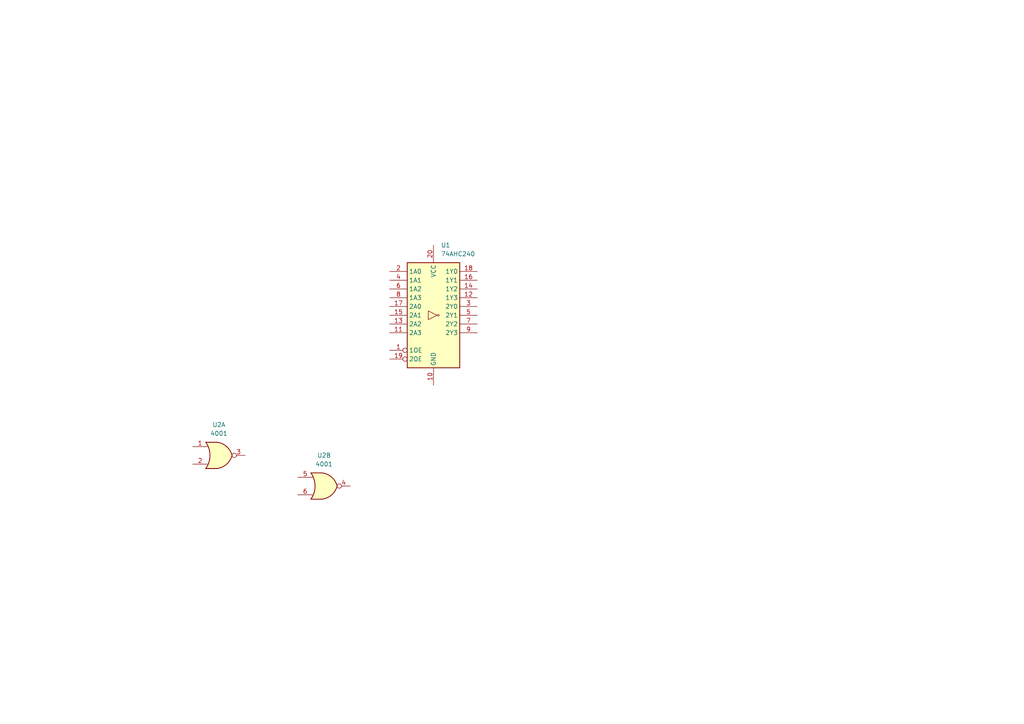
<source format=kicad_sch>
(kicad_sch (version 20250114) (generator "eeschema") (generator_version "9.0")
  (paper "A4")
  (lib_symbols
    (symbol "4xxx:4001" (pin_names (offset 1.016))
      (property "Reference" "U" (at 0 1.27 0))
      (property "Value" "4001" (at 0 -1.27 0))
      (symbol "4001_1_1"
        (arc (start -3.81 3.81) (mid -2.589 0) (end -3.81 -3.81) (stroke (width 0.254)))
        (polyline (pts (xy -3.81 3.81) (xy -0.635 3.81)) (stroke (width 0.254)) (fill (type background)))
        (polyline (pts (xy -3.81 -3.81) (xy -0.635 -3.81)) (stroke (width 0.254)) (fill (type background)))
        (arc (start 3.81 0) (mid 2.1855 -2.584) (end -0.6096 -3.81) (stroke (width 0.254)) (fill (type background)))
        (arc (start -0.6096 3.81) (mid 2.1928 2.5924) (end 3.81 0) (stroke (width 0.254)) (fill (type background)))
        (polyline (pts (xy -0.635 3.81) (xy -3.81 3.81) (xy -3.81 3.81) (xy -3.556 3.4036) (xy -3.0226 2.2606) (xy -2.6924 1.0414) (xy -2.6162 -0.254) (xy -2.7686 -1.4986) (xy -3.175 -2.7178) (xy -3.81 -3.81) (xy -3.81 -3.81) (xy -0.635 -3.81)) (stroke (width -25.4)) (fill (type background)))
        (pin input line (at -7.62 2.54 0) (length 4.318) (name "~") (number "1"))
        (pin input line (at -7.62 -2.54 0) (length 4.318) (name "~") (number "2"))
        (pin output inverted (at 7.62 0 180) (length 3.81) (name "~") (number "3"))
      )
      (symbol "4001_1_2"
        (arc (start 0 3.81) (mid 3.7934 0) (end 0 -3.81) (stroke (width 0.254)) (fill (type background)))
        (polyline (pts (xy 0 3.81) (xy -3.81 3.81) (xy -3.81 -3.81) (xy 0 -3.81)) (stroke (width 0.254)) (fill (type background)))
        (pin input inverted (at -7.62 2.54 0) (length 3.81) (name "~") (number "1"))
        (pin input inverted (at -7.62 -2.54 0) (length 3.81) (name "~") (number "2"))
        (pin output line (at 7.62 0 180) (length 3.81) (name "~") (number "3"))
      )
      (symbol "4001_2_1"
        (arc (start -3.81 3.81) (mid -2.589 0) (end -3.81 -3.81) (stroke (width 0.254)))
        (polyline (pts (xy -3.81 3.81) (xy -0.635 3.81)) (stroke (width 0.254)) (fill (type background)))
        (polyline (pts (xy -3.81 -3.81) (xy -0.635 -3.81)) (stroke (width 0.254)) (fill (type background)))
        (arc (start 3.81 0) (mid 2.1855 -2.584) (end -0.6096 -3.81) (stroke (width 0.254)) (fill (type background)))
        (arc (start -0.6096 3.81) (mid 2.1928 2.5924) (end 3.81 0) (stroke (width 0.254)) (fill (type background)))
        (polyline (pts (xy -0.635 3.81) (xy -3.81 3.81) (xy -3.81 3.81) (xy -3.556 3.4036) (xy -3.0226 2.2606) (xy -2.6924 1.0414) (xy -2.6162 -0.254) (xy -2.7686 -1.4986) (xy -3.175 -2.7178) (xy -3.81 -3.81) (xy -3.81 -3.81) (xy -0.635 -3.81)) (stroke (width -25.4)) (fill (type background)))
        (pin input line (at -7.62 2.54 0) (length 4.318) (name "~") (number "5"))
        (pin input line (at -7.62 -2.54 0) (length 4.318) (name "~") (number "6"))
        (pin output inverted (at 7.62 0 180) (length 3.81) (name "~") (number "4"))
      )
      (symbol "4001_2_2"
        (arc (start 0 3.81) (mid 3.7934 0) (end 0 -3.81) (stroke (width 0.254)) (fill (type background)))
        (polyline (pts (xy 0 3.81) (xy -3.81 3.81) (xy -3.81 -3.81) (xy 0 -3.81)) (stroke (width 0.254)) (fill (type background)))
        (pin input inverted (at -7.62 2.54 0) (length 3.81) (name "~") (number "5"))
        (pin input inverted (at -7.62 -2.54 0) (length 3.81) (name "~") (number "6"))
        (pin output line (at 7.62 0 180) (length 3.81) (name "~") (number "4"))
      )
      (symbol "4001_3_1"
        (arc (start -3.81 3.81) (mid -2.589 0) (end -3.81 -3.81) (stroke (width 0.254)))
        (polyline (pts (xy -3.81 3.81) (xy -0.635 3.81)) (stroke (width 0.254)) (fill (type background)))
        (polyline (pts (xy -3.81 -3.81) (xy -0.635 -3.81)) (stroke (width 0.254)) (fill (type background)))
        (arc (start 3.81 0) (mid 2.1855 -2.584) (end -0.6096 -3.81) (stroke (width 0.254)) (fill (type background)))
        (arc (start -0.6096 3.81) (mid 2.1928 2.5924) (end 3.81 0) (stroke (width 0.254)) (fill (type background)))
        (polyline (pts (xy -0.635 3.81) (xy -3.81 3.81) (xy -3.81 3.81) (xy -3.556 3.4036) (xy -3.0226 2.2606) (xy -2.6924 1.0414) (xy -2.6162 -0.254) (xy -2.7686 -1.4986) (xy -3.175 -2.7178) (xy -3.81 -3.81) (xy -3.81 -3.81) (xy -0.635 -3.81)) (stroke (width -25.4)) (fill (type background)))
        (pin input line (at -7.62 2.54 0) (length 4.318) (name "~") (number "8"))
        (pin input line (at -7.62 -2.54 0) (length 4.318) (name "~") (number "9"))
        (pin output inverted (at 7.62 0 180) (length 3.81) (name "~") (number "10"))
      )
      (symbol "4001_3_2"
        (arc (start 0 3.81) (mid 3.7934 0) (end 0 -3.81) (stroke (width 0.254)) (fill (type background)))
        (polyline (pts (xy 0 3.81) (xy -3.81 3.81) (xy -3.81 -3.81) (xy 0 -3.81)) (stroke (width 0.254)) (fill (type background)))
        (pin input inverted (at -7.62 2.54 0) (length 3.81) (name "~") (number "8"))
        (pin input inverted (at -7.62 -2.54 0) (length 3.81) (name "~") (number "9"))
        (pin output line (at 7.62 0 180) (length 3.81) (name "~") (number "10"))
      )
      (symbol "4001_4_1"
        (arc (start -3.81 3.81) (mid -2.589 0) (end -3.81 -3.81) (stroke (width 0.254)))
        (polyline (pts (xy -3.81 3.81) (xy -0.635 3.81)) (stroke (width 0.254)) (fill (type background)))
        (polyline (pts (xy -3.81 -3.81) (xy -0.635 -3.81)) (stroke (width 0.254)) (fill (type background)))
        (arc (start 3.81 0) (mid 2.1855 -2.584) (end -0.6096 -3.81) (stroke (width 0.254)) (fill (type background)))
        (arc (start -0.6096 3.81) (mid 2.1928 2.5924) (end 3.81 0) (stroke (width 0.254)) (fill (type background)))
        (polyline (pts (xy -0.635 3.81) (xy -3.81 3.81) (xy -3.81 3.81) (xy -3.556 3.4036) (xy -3.0226 2.2606) (xy -2.6924 1.0414) (xy -2.6162 -0.254) (xy -2.7686 -1.4986) (xy -3.175 -2.7178) (xy -3.81 -3.81) (xy -3.81 -3.81) (xy -0.635 -3.81)) (stroke (width -25.4)) (fill (type background)))
        (pin input line (at -7.62 2.54 0) (length 4.318) (name "~") (number "12"))
        (pin input line (at -7.62 -2.54 0) (length 4.318) (name "~") (number "13"))
        (pin output inverted (at 7.62 0 180) (length 3.81) (name "~") (number "11"))
      )
      (symbol "4001_4_2"
        (arc (start 0 3.81) (mid 3.7934 0) (end 0 -3.81) (stroke (width 0.254)) (fill (type background)))
        (polyline (pts (xy 0 3.81) (xy -3.81 3.81) (xy -3.81 -3.81) (xy 0 -3.81)) (stroke (width 0.254)) (fill (type background)))
        (pin input inverted (at -7.62 2.54 0) (length 3.81) (name "~") (number "12"))
        (pin input inverted (at -7.62 -2.54 0) (length 3.81) (name "~") (number "13"))
        (pin output line (at 7.62 0 180) (length 3.81) (name "~") (number "11"))
      )
      (symbol "4001_5_0"
        (pin power_in line (at 0 12.7 270) (length 5.08) (name "VDD") (number "14"))
        (pin power_in line (at 0 -12.7 90) (length 5.08) (name "VSS") (number "7"))
      )
      (symbol "4001_5_1"
        (rectangle (start -5.08 7.62) (end 5.08 -7.62) (stroke (width 0.254)) (fill (type background)))
      )
    )
    (symbol "74xx:74AHC240"
      (property "Reference" "U" (at -7.62 16.51 0))
      (property "Value" "74AHC240" (at -7.62 -16.51 0))
      (symbol "74AHC240_1_0"
        (polyline (pts (xy 1.016 0) (xy -1.524 1.27) (xy -1.524 -1.27) (xy 1.016 0)) (stroke (width 0.1524)))
        (circle (center 1.397 0) (radius 0.254) (stroke (width 0.1524)))
        (pin input line (at -12.7 12.7 0) (length 5.08) (name "1A0") (number "2"))
        (pin input line (at -12.7 10.16 0) (length 5.08) (name "1A1") (number "4"))
        (pin input line (at -12.7 7.62 0) (length 5.08) (name "1A2") (number "6"))
        (pin input line (at -12.7 5.08 0) (length 5.08) (name "1A3") (number "8"))
        (pin input line (at -12.7 2.54 0) (length 5.08) (name "2A0") (number "17"))
        (pin input line (at -12.7 0 0) (length 5.08) (name "2A1") (number "15"))
        (pin input line (at -12.7 -2.54 0) (length 5.08) (name "2A2") (number "13"))
        (pin input line (at -12.7 -5.08 0) (length 5.08) (name "2A3") (number "11"))
        (pin input inverted (at -12.7 -10.16 0) (length 5.08) (name "1OE") (number "1"))
        (pin input inverted (at -12.7 -12.7 0) (length 5.08) (name "2OE") (number "19"))
        (pin power_in line (at 0 20.32 270) (length 5.08) (name "VCC") (number "20"))
        (pin power_in line (at 0 -20.32 90) (length 5.08) (name "GND") (number "10"))
        (pin tri_state line (at 12.7 12.7 180) (length 5.08) (name "1Y0") (number "18"))
        (pin tri_state line (at 12.7 10.16 180) (length 5.08) (name "1Y1") (number "16"))
        (pin tri_state line (at 12.7 7.62 180) (length 5.08) (name "1Y2") (number "14"))
        (pin tri_state line (at 12.7 5.08 180) (length 5.08) (name "1Y3") (number "12"))
        (pin tri_state line (at 12.7 2.54 180) (length 5.08) (name "2Y0") (number "3"))
        (pin tri_state line (at 12.7 0 180) (length 5.08) (name "2Y1") (number "5"))
        (pin tri_state line (at 12.7 -2.54 180) (length 5.08) (name "2Y2") (number "7"))
        (pin tri_state line (at 12.7 -5.08 180) (length 5.08) (name "2Y3") (number "9"))
      )
      (symbol "74AHC240_1_1"
        (rectangle (start -7.62 15.24) (end 7.62 -15.24) (stroke (width 0.254)) (fill (type background)))
      )
    )
  )
  (symbol (lib_id "74xx:74AHC240") (at 125.73 91.44 0) (unit 1)
    (property "Reference" "U1" (at 127.8733 71.12 0) (effects (justify left)))
    (property "Value" "74AHC240" (at 127.8733 73.66 0) (effects (justify left)))
    (property "Datasheet" "https://www.ti.com/lit/ds/symlink/sn54ahc240.pdf" (effects (hide yes)))
    (property "Description" "8-bit Buffer/Line Driver 3-state Inverting" (effects (hide yes)))
  )
  (symbol (lib_id "4xxx:4001") (at 93.98 140.97 0) (unit 2)
    (property "Reference" "U2" (at 93.98 132.08 0))
    (property "Value" "4001" (at 93.98 134.62 0))
    (property "Datasheet" "http://www.intersil.com/content/dam/Intersil/documents/cd40/cd4000bms-01bms-02bms-25bms.pdf" (effects (hide yes)))
    (property "Description" "Quad Nor 2 inputs" (effects (hide yes)))
  )
  (symbol (lib_id "4xxx:4001") (at 63.5 132.08 0) (unit 1)
    (property "Reference" "U2" (at 63.5 123.19 0))
    (property "Value" "4001" (at 63.5 125.73 0))
    (property "Datasheet" "http://www.intersil.com/content/dam/Intersil/documents/cd40/cd4000bms-01bms-02bms-25bms.pdf" (effects (hide yes)))
    (property "Description" "Quad Nor 2 inputs" (effects (hide yes)))
  )
)
</source>
